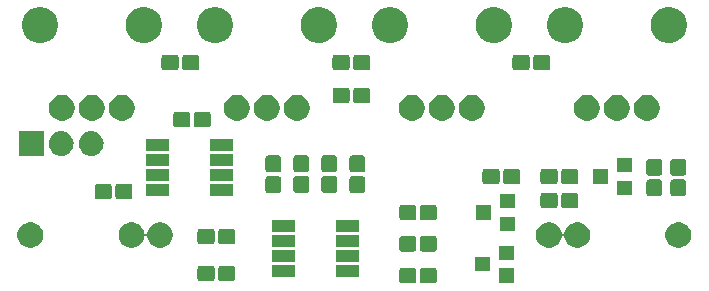
<source format=gbr>
G04 #@! TF.GenerationSoftware,KiCad,Pcbnew,(5.0.1)-4*
G04 #@! TF.CreationDate,2019-01-08T00:24:24+01:00*
G04 #@! TF.ProjectId,1U ADSR,315520414453522E6B696361645F7063,rev?*
G04 #@! TF.SameCoordinates,Original*
G04 #@! TF.FileFunction,Soldermask,Top*
G04 #@! TF.FilePolarity,Negative*
%FSLAX46Y46*%
G04 Gerber Fmt 4.6, Leading zero omitted, Abs format (unit mm)*
G04 Created by KiCad (PCBNEW (5.0.1)-4) date 01/08/19 00:24:24*
%MOMM*%
%LPD*%
G01*
G04 APERTURE LIST*
%ADD10C,0.100000*%
G04 APERTURE END LIST*
D10*
G36*
X60113530Y-58004877D02*
X60165010Y-58020493D01*
X60212442Y-58045846D01*
X60254027Y-58079973D01*
X60288154Y-58121558D01*
X60313507Y-58168990D01*
X60329123Y-58220470D01*
X60335000Y-58280140D01*
X60335000Y-59067860D01*
X60329123Y-59127530D01*
X60313507Y-59179010D01*
X60288154Y-59226442D01*
X60254027Y-59268027D01*
X60212442Y-59302154D01*
X60165010Y-59327507D01*
X60113530Y-59343123D01*
X60053860Y-59349000D01*
X59166140Y-59349000D01*
X59106470Y-59343123D01*
X59054990Y-59327507D01*
X59007558Y-59302154D01*
X58965973Y-59268027D01*
X58931846Y-59226442D01*
X58906493Y-59179010D01*
X58890877Y-59127530D01*
X58885000Y-59067860D01*
X58885000Y-58280140D01*
X58890877Y-58220470D01*
X58906493Y-58168990D01*
X58931846Y-58121558D01*
X58965973Y-58079973D01*
X59007558Y-58045846D01*
X59054990Y-58020493D01*
X59106470Y-58004877D01*
X59166140Y-57999000D01*
X60053860Y-57999000D01*
X60113530Y-58004877D01*
X60113530Y-58004877D01*
G37*
G36*
X58363530Y-58004877D02*
X58415010Y-58020493D01*
X58462442Y-58045846D01*
X58504027Y-58079973D01*
X58538154Y-58121558D01*
X58563507Y-58168990D01*
X58579123Y-58220470D01*
X58585000Y-58280140D01*
X58585000Y-59067860D01*
X58579123Y-59127530D01*
X58563507Y-59179010D01*
X58538154Y-59226442D01*
X58504027Y-59268027D01*
X58462442Y-59302154D01*
X58415010Y-59327507D01*
X58363530Y-59343123D01*
X58303860Y-59349000D01*
X57416140Y-59349000D01*
X57356470Y-59343123D01*
X57304990Y-59327507D01*
X57257558Y-59302154D01*
X57215973Y-59268027D01*
X57181846Y-59226442D01*
X57156493Y-59179010D01*
X57140877Y-59127530D01*
X57135000Y-59067860D01*
X57135000Y-58280140D01*
X57140877Y-58220470D01*
X57156493Y-58168990D01*
X57181846Y-58121558D01*
X57215973Y-58079973D01*
X57257558Y-58045846D01*
X57304990Y-58020493D01*
X57356470Y-58004877D01*
X57416140Y-57999000D01*
X58303860Y-57999000D01*
X58363530Y-58004877D01*
X58363530Y-58004877D01*
G37*
G36*
X66844000Y-59271500D02*
X65544000Y-59271500D01*
X65544000Y-58071500D01*
X66844000Y-58071500D01*
X66844000Y-59271500D01*
X66844000Y-59271500D01*
G37*
G36*
X41284530Y-57834877D02*
X41336010Y-57850493D01*
X41383442Y-57875846D01*
X41425027Y-57909973D01*
X41459154Y-57951558D01*
X41484507Y-57998990D01*
X41500123Y-58050470D01*
X41506000Y-58110140D01*
X41506000Y-58897860D01*
X41500123Y-58957530D01*
X41484507Y-59009010D01*
X41459154Y-59056442D01*
X41425027Y-59098027D01*
X41383442Y-59132154D01*
X41336010Y-59157507D01*
X41284530Y-59173123D01*
X41224860Y-59179000D01*
X40337140Y-59179000D01*
X40277470Y-59173123D01*
X40225990Y-59157507D01*
X40178558Y-59132154D01*
X40136973Y-59098027D01*
X40102846Y-59056442D01*
X40077493Y-59009010D01*
X40061877Y-58957530D01*
X40056000Y-58897860D01*
X40056000Y-58110140D01*
X40061877Y-58050470D01*
X40077493Y-57998990D01*
X40102846Y-57951558D01*
X40136973Y-57909973D01*
X40178558Y-57875846D01*
X40225990Y-57850493D01*
X40277470Y-57834877D01*
X40337140Y-57829000D01*
X41224860Y-57829000D01*
X41284530Y-57834877D01*
X41284530Y-57834877D01*
G37*
G36*
X43034530Y-57834877D02*
X43086010Y-57850493D01*
X43133442Y-57875846D01*
X43175027Y-57909973D01*
X43209154Y-57951558D01*
X43234507Y-57998990D01*
X43250123Y-58050470D01*
X43256000Y-58110140D01*
X43256000Y-58897860D01*
X43250123Y-58957530D01*
X43234507Y-59009010D01*
X43209154Y-59056442D01*
X43175027Y-59098027D01*
X43133442Y-59132154D01*
X43086010Y-59157507D01*
X43034530Y-59173123D01*
X42974860Y-59179000D01*
X42087140Y-59179000D01*
X42027470Y-59173123D01*
X41975990Y-59157507D01*
X41928558Y-59132154D01*
X41886973Y-59098027D01*
X41852846Y-59056442D01*
X41827493Y-59009010D01*
X41811877Y-58957530D01*
X41806000Y-58897860D01*
X41806000Y-58110140D01*
X41811877Y-58050470D01*
X41827493Y-57998990D01*
X41852846Y-57951558D01*
X41886973Y-57909973D01*
X41928558Y-57875846D01*
X41975990Y-57850493D01*
X42027470Y-57834877D01*
X42087140Y-57829000D01*
X42974860Y-57829000D01*
X43034530Y-57834877D01*
X43034530Y-57834877D01*
G37*
G36*
X53713000Y-58793000D02*
X51763000Y-58793000D01*
X51763000Y-57793000D01*
X53713000Y-57793000D01*
X53713000Y-58793000D01*
X53713000Y-58793000D01*
G37*
G36*
X48313000Y-58793000D02*
X46363000Y-58793000D01*
X46363000Y-57793000D01*
X48313000Y-57793000D01*
X48313000Y-58793000D01*
X48313000Y-58793000D01*
G37*
G36*
X64844000Y-58321500D02*
X63544000Y-58321500D01*
X63544000Y-57121500D01*
X64844000Y-57121500D01*
X64844000Y-58321500D01*
X64844000Y-58321500D01*
G37*
G36*
X48313000Y-57523000D02*
X46363000Y-57523000D01*
X46363000Y-56523000D01*
X48313000Y-56523000D01*
X48313000Y-57523000D01*
X48313000Y-57523000D01*
G37*
G36*
X53713000Y-57523000D02*
X51763000Y-57523000D01*
X51763000Y-56523000D01*
X53713000Y-56523000D01*
X53713000Y-57523000D01*
X53713000Y-57523000D01*
G37*
G36*
X66844000Y-57371500D02*
X65544000Y-57371500D01*
X65544000Y-56171500D01*
X66844000Y-56171500D01*
X66844000Y-57371500D01*
X66844000Y-57371500D01*
G37*
G36*
X58368530Y-55305377D02*
X58420010Y-55320993D01*
X58467442Y-55346346D01*
X58509027Y-55380473D01*
X58543154Y-55422058D01*
X58568507Y-55469490D01*
X58584123Y-55520970D01*
X58590000Y-55580640D01*
X58590000Y-56368360D01*
X58584123Y-56428030D01*
X58568507Y-56479510D01*
X58543154Y-56526942D01*
X58509027Y-56568527D01*
X58467442Y-56602654D01*
X58420010Y-56628007D01*
X58368530Y-56643623D01*
X58308860Y-56649500D01*
X57421140Y-56649500D01*
X57361470Y-56643623D01*
X57309990Y-56628007D01*
X57262558Y-56602654D01*
X57220973Y-56568527D01*
X57186846Y-56526942D01*
X57161493Y-56479510D01*
X57145877Y-56428030D01*
X57140000Y-56368360D01*
X57140000Y-55580640D01*
X57145877Y-55520970D01*
X57161493Y-55469490D01*
X57186846Y-55422058D01*
X57220973Y-55380473D01*
X57262558Y-55346346D01*
X57309990Y-55320993D01*
X57361470Y-55305377D01*
X57421140Y-55299500D01*
X58308860Y-55299500D01*
X58368530Y-55305377D01*
X58368530Y-55305377D01*
G37*
G36*
X60118530Y-55305377D02*
X60170010Y-55320993D01*
X60217442Y-55346346D01*
X60259027Y-55380473D01*
X60293154Y-55422058D01*
X60318507Y-55469490D01*
X60334123Y-55520970D01*
X60340000Y-55580640D01*
X60340000Y-56368360D01*
X60334123Y-56428030D01*
X60318507Y-56479510D01*
X60293154Y-56526942D01*
X60259027Y-56568527D01*
X60217442Y-56602654D01*
X60170010Y-56628007D01*
X60118530Y-56643623D01*
X60058860Y-56649500D01*
X59171140Y-56649500D01*
X59111470Y-56643623D01*
X59059990Y-56628007D01*
X59012558Y-56602654D01*
X58970973Y-56568527D01*
X58936846Y-56526942D01*
X58911493Y-56479510D01*
X58895877Y-56428030D01*
X58890000Y-56368360D01*
X58890000Y-55580640D01*
X58895877Y-55520970D01*
X58911493Y-55469490D01*
X58936846Y-55422058D01*
X58970973Y-55380473D01*
X59012558Y-55346346D01*
X59059990Y-55320993D01*
X59111470Y-55305377D01*
X59171140Y-55299500D01*
X60058860Y-55299500D01*
X60118530Y-55305377D01*
X60118530Y-55305377D01*
G37*
G36*
X34786383Y-54194772D02*
X34985150Y-54277104D01*
X35164039Y-54396634D01*
X35316166Y-54548761D01*
X35435696Y-54727650D01*
X35518028Y-54926417D01*
X35551702Y-55095709D01*
X35558815Y-55119158D01*
X35570366Y-55140769D01*
X35585912Y-55159711D01*
X35604854Y-55175257D01*
X35626464Y-55186808D01*
X35649914Y-55193921D01*
X35674300Y-55196323D01*
X35698686Y-55193921D01*
X35722135Y-55186808D01*
X35743746Y-55175257D01*
X35762688Y-55159711D01*
X35778234Y-55140769D01*
X35789785Y-55119159D01*
X35796898Y-55095709D01*
X35830572Y-54926417D01*
X35912904Y-54727650D01*
X36032434Y-54548761D01*
X36184561Y-54396634D01*
X36363450Y-54277104D01*
X36562217Y-54194772D01*
X36773226Y-54152800D01*
X36988374Y-54152800D01*
X37199383Y-54194772D01*
X37398150Y-54277104D01*
X37577039Y-54396634D01*
X37729166Y-54548761D01*
X37848696Y-54727650D01*
X37931028Y-54926417D01*
X37973000Y-55137426D01*
X37973000Y-55352574D01*
X37931028Y-55563583D01*
X37848696Y-55762350D01*
X37729166Y-55941239D01*
X37577039Y-56093366D01*
X37398150Y-56212896D01*
X37199383Y-56295228D01*
X36988374Y-56337200D01*
X36773226Y-56337200D01*
X36562217Y-56295228D01*
X36363450Y-56212896D01*
X36184561Y-56093366D01*
X36032434Y-55941239D01*
X35912904Y-55762350D01*
X35830572Y-55563583D01*
X35796898Y-55394291D01*
X35789785Y-55370842D01*
X35778234Y-55349231D01*
X35762688Y-55330289D01*
X35743746Y-55314743D01*
X35722136Y-55303192D01*
X35698686Y-55296079D01*
X35674300Y-55293677D01*
X35649914Y-55296079D01*
X35626465Y-55303192D01*
X35604854Y-55314743D01*
X35585912Y-55330289D01*
X35570366Y-55349231D01*
X35558815Y-55370841D01*
X35551702Y-55394291D01*
X35518028Y-55563583D01*
X35435696Y-55762350D01*
X35316166Y-55941239D01*
X35164039Y-56093366D01*
X34985150Y-56212896D01*
X34786383Y-56295228D01*
X34575374Y-56337200D01*
X34360226Y-56337200D01*
X34149217Y-56295228D01*
X33950450Y-56212896D01*
X33771561Y-56093366D01*
X33619434Y-55941239D01*
X33499904Y-55762350D01*
X33417572Y-55563583D01*
X33375600Y-55352574D01*
X33375600Y-55137426D01*
X33417572Y-54926417D01*
X33499904Y-54727650D01*
X33619434Y-54548761D01*
X33771561Y-54396634D01*
X33950450Y-54277104D01*
X34149217Y-54194772D01*
X34360226Y-54152800D01*
X34575374Y-54152800D01*
X34786383Y-54194772D01*
X34786383Y-54194772D01*
G37*
G36*
X26226583Y-54194772D02*
X26425350Y-54277104D01*
X26604239Y-54396634D01*
X26756366Y-54548761D01*
X26875896Y-54727650D01*
X26958228Y-54926417D01*
X27000200Y-55137426D01*
X27000200Y-55352574D01*
X26958228Y-55563583D01*
X26875896Y-55762350D01*
X26756366Y-55941239D01*
X26604239Y-56093366D01*
X26425350Y-56212896D01*
X26226583Y-56295228D01*
X26015574Y-56337200D01*
X25800426Y-56337200D01*
X25589417Y-56295228D01*
X25390650Y-56212896D01*
X25211761Y-56093366D01*
X25059634Y-55941239D01*
X24940104Y-55762350D01*
X24857772Y-55563583D01*
X24815800Y-55352574D01*
X24815800Y-55137426D01*
X24857772Y-54926417D01*
X24940104Y-54727650D01*
X25059634Y-54548761D01*
X25211761Y-54396634D01*
X25390650Y-54277104D01*
X25589417Y-54194772D01*
X25800426Y-54152800D01*
X26015574Y-54152800D01*
X26226583Y-54194772D01*
X26226583Y-54194772D01*
G37*
G36*
X81090583Y-54194772D02*
X81289350Y-54277104D01*
X81468239Y-54396634D01*
X81620366Y-54548761D01*
X81739896Y-54727650D01*
X81822228Y-54926417D01*
X81864200Y-55137426D01*
X81864200Y-55352574D01*
X81822228Y-55563583D01*
X81739896Y-55762350D01*
X81620366Y-55941239D01*
X81468239Y-56093366D01*
X81289350Y-56212896D01*
X81090583Y-56295228D01*
X80879574Y-56337200D01*
X80664426Y-56337200D01*
X80453417Y-56295228D01*
X80254650Y-56212896D01*
X80075761Y-56093366D01*
X79923634Y-55941239D01*
X79804104Y-55762350D01*
X79721772Y-55563583D01*
X79679800Y-55352574D01*
X79679800Y-55137426D01*
X79721772Y-54926417D01*
X79804104Y-54727650D01*
X79923634Y-54548761D01*
X80075761Y-54396634D01*
X80254650Y-54277104D01*
X80453417Y-54194772D01*
X80664426Y-54152800D01*
X80879574Y-54152800D01*
X81090583Y-54194772D01*
X81090583Y-54194772D01*
G37*
G36*
X70117783Y-54194772D02*
X70316550Y-54277104D01*
X70495439Y-54396634D01*
X70647566Y-54548761D01*
X70767096Y-54727650D01*
X70849428Y-54926417D01*
X70883102Y-55095709D01*
X70890215Y-55119158D01*
X70901766Y-55140769D01*
X70917312Y-55159711D01*
X70936254Y-55175257D01*
X70957864Y-55186808D01*
X70981314Y-55193921D01*
X71005700Y-55196323D01*
X71030086Y-55193921D01*
X71053535Y-55186808D01*
X71075146Y-55175257D01*
X71094088Y-55159711D01*
X71109634Y-55140769D01*
X71121185Y-55119159D01*
X71128298Y-55095709D01*
X71161972Y-54926417D01*
X71244304Y-54727650D01*
X71363834Y-54548761D01*
X71515961Y-54396634D01*
X71694850Y-54277104D01*
X71893617Y-54194772D01*
X72104626Y-54152800D01*
X72319774Y-54152800D01*
X72530783Y-54194772D01*
X72729550Y-54277104D01*
X72908439Y-54396634D01*
X73060566Y-54548761D01*
X73180096Y-54727650D01*
X73262428Y-54926417D01*
X73304400Y-55137426D01*
X73304400Y-55352574D01*
X73262428Y-55563583D01*
X73180096Y-55762350D01*
X73060566Y-55941239D01*
X72908439Y-56093366D01*
X72729550Y-56212896D01*
X72530783Y-56295228D01*
X72319774Y-56337200D01*
X72104626Y-56337200D01*
X71893617Y-56295228D01*
X71694850Y-56212896D01*
X71515961Y-56093366D01*
X71363834Y-55941239D01*
X71244304Y-55762350D01*
X71161972Y-55563583D01*
X71128298Y-55394291D01*
X71121185Y-55370842D01*
X71109634Y-55349231D01*
X71094088Y-55330289D01*
X71075146Y-55314743D01*
X71053536Y-55303192D01*
X71030086Y-55296079D01*
X71005700Y-55293677D01*
X70981314Y-55296079D01*
X70957865Y-55303192D01*
X70936254Y-55314743D01*
X70917312Y-55330289D01*
X70901766Y-55349231D01*
X70890215Y-55370841D01*
X70883102Y-55394291D01*
X70849428Y-55563583D01*
X70767096Y-55762350D01*
X70647566Y-55941239D01*
X70495439Y-56093366D01*
X70316550Y-56212896D01*
X70117783Y-56295228D01*
X69906774Y-56337200D01*
X69691626Y-56337200D01*
X69480617Y-56295228D01*
X69281850Y-56212896D01*
X69102961Y-56093366D01*
X68950834Y-55941239D01*
X68831304Y-55762350D01*
X68748972Y-55563583D01*
X68707000Y-55352574D01*
X68707000Y-55137426D01*
X68748972Y-54926417D01*
X68831304Y-54727650D01*
X68950834Y-54548761D01*
X69102961Y-54396634D01*
X69281850Y-54277104D01*
X69480617Y-54194772D01*
X69691626Y-54152800D01*
X69906774Y-54152800D01*
X70117783Y-54194772D01*
X70117783Y-54194772D01*
G37*
G36*
X48313000Y-56253000D02*
X46363000Y-56253000D01*
X46363000Y-55253000D01*
X48313000Y-55253000D01*
X48313000Y-56253000D01*
X48313000Y-56253000D01*
G37*
G36*
X53713000Y-56253000D02*
X51763000Y-56253000D01*
X51763000Y-55253000D01*
X53713000Y-55253000D01*
X53713000Y-56253000D01*
X53713000Y-56253000D01*
G37*
G36*
X43034530Y-54702877D02*
X43086010Y-54718493D01*
X43133442Y-54743846D01*
X43175027Y-54777973D01*
X43209154Y-54819558D01*
X43234507Y-54866990D01*
X43250123Y-54918470D01*
X43256000Y-54978140D01*
X43256000Y-55765860D01*
X43250123Y-55825530D01*
X43234507Y-55877010D01*
X43209154Y-55924442D01*
X43175027Y-55966027D01*
X43133442Y-56000154D01*
X43086010Y-56025507D01*
X43034530Y-56041123D01*
X42974860Y-56047000D01*
X42087140Y-56047000D01*
X42027470Y-56041123D01*
X41975990Y-56025507D01*
X41928558Y-56000154D01*
X41886973Y-55966027D01*
X41852846Y-55924442D01*
X41827493Y-55877010D01*
X41811877Y-55825530D01*
X41806000Y-55765860D01*
X41806000Y-54978140D01*
X41811877Y-54918470D01*
X41827493Y-54866990D01*
X41852846Y-54819558D01*
X41886973Y-54777973D01*
X41928558Y-54743846D01*
X41975990Y-54718493D01*
X42027470Y-54702877D01*
X42087140Y-54697000D01*
X42974860Y-54697000D01*
X43034530Y-54702877D01*
X43034530Y-54702877D01*
G37*
G36*
X41284530Y-54702877D02*
X41336010Y-54718493D01*
X41383442Y-54743846D01*
X41425027Y-54777973D01*
X41459154Y-54819558D01*
X41484507Y-54866990D01*
X41500123Y-54918470D01*
X41506000Y-54978140D01*
X41506000Y-55765860D01*
X41500123Y-55825530D01*
X41484507Y-55877010D01*
X41459154Y-55924442D01*
X41425027Y-55966027D01*
X41383442Y-56000154D01*
X41336010Y-56025507D01*
X41284530Y-56041123D01*
X41224860Y-56047000D01*
X40337140Y-56047000D01*
X40277470Y-56041123D01*
X40225990Y-56025507D01*
X40178558Y-56000154D01*
X40136973Y-55966027D01*
X40102846Y-55924442D01*
X40077493Y-55877010D01*
X40061877Y-55825530D01*
X40056000Y-55765860D01*
X40056000Y-54978140D01*
X40061877Y-54918470D01*
X40077493Y-54866990D01*
X40102846Y-54819558D01*
X40136973Y-54777973D01*
X40178558Y-54743846D01*
X40225990Y-54718493D01*
X40277470Y-54702877D01*
X40337140Y-54697000D01*
X41224860Y-54697000D01*
X41284530Y-54702877D01*
X41284530Y-54702877D01*
G37*
G36*
X53713000Y-54983000D02*
X51763000Y-54983000D01*
X51763000Y-53983000D01*
X53713000Y-53983000D01*
X53713000Y-54983000D01*
X53713000Y-54983000D01*
G37*
G36*
X48313000Y-54983000D02*
X46363000Y-54983000D01*
X46363000Y-53983000D01*
X48313000Y-53983000D01*
X48313000Y-54983000D01*
X48313000Y-54983000D01*
G37*
G36*
X66928000Y-54890000D02*
X65628000Y-54890000D01*
X65628000Y-53690000D01*
X66928000Y-53690000D01*
X66928000Y-54890000D01*
X66928000Y-54890000D01*
G37*
G36*
X58368530Y-52670877D02*
X58420010Y-52686493D01*
X58467442Y-52711846D01*
X58509027Y-52745973D01*
X58543154Y-52787558D01*
X58568507Y-52834990D01*
X58584123Y-52886470D01*
X58590000Y-52946140D01*
X58590000Y-53733860D01*
X58584123Y-53793530D01*
X58568507Y-53845010D01*
X58543154Y-53892442D01*
X58509027Y-53934027D01*
X58467442Y-53968154D01*
X58420010Y-53993507D01*
X58368530Y-54009123D01*
X58308860Y-54015000D01*
X57421140Y-54015000D01*
X57361470Y-54009123D01*
X57309990Y-53993507D01*
X57262558Y-53968154D01*
X57220973Y-53934027D01*
X57186846Y-53892442D01*
X57161493Y-53845010D01*
X57145877Y-53793530D01*
X57140000Y-53733860D01*
X57140000Y-52946140D01*
X57145877Y-52886470D01*
X57161493Y-52834990D01*
X57186846Y-52787558D01*
X57220973Y-52745973D01*
X57262558Y-52711846D01*
X57309990Y-52686493D01*
X57361470Y-52670877D01*
X57421140Y-52665000D01*
X58308860Y-52665000D01*
X58368530Y-52670877D01*
X58368530Y-52670877D01*
G37*
G36*
X60118530Y-52670877D02*
X60170010Y-52686493D01*
X60217442Y-52711846D01*
X60259027Y-52745973D01*
X60293154Y-52787558D01*
X60318507Y-52834990D01*
X60334123Y-52886470D01*
X60340000Y-52946140D01*
X60340000Y-53733860D01*
X60334123Y-53793530D01*
X60318507Y-53845010D01*
X60293154Y-53892442D01*
X60259027Y-53934027D01*
X60217442Y-53968154D01*
X60170010Y-53993507D01*
X60118530Y-54009123D01*
X60058860Y-54015000D01*
X59171140Y-54015000D01*
X59111470Y-54009123D01*
X59059990Y-53993507D01*
X59012558Y-53968154D01*
X58970973Y-53934027D01*
X58936846Y-53892442D01*
X58911493Y-53845010D01*
X58895877Y-53793530D01*
X58890000Y-53733860D01*
X58890000Y-52946140D01*
X58895877Y-52886470D01*
X58911493Y-52834990D01*
X58936846Y-52787558D01*
X58970973Y-52745973D01*
X59012558Y-52711846D01*
X59059990Y-52686493D01*
X59111470Y-52670877D01*
X59171140Y-52665000D01*
X60058860Y-52665000D01*
X60118530Y-52670877D01*
X60118530Y-52670877D01*
G37*
G36*
X64928000Y-53940000D02*
X63628000Y-53940000D01*
X63628000Y-52740000D01*
X64928000Y-52740000D01*
X64928000Y-53940000D01*
X64928000Y-53940000D01*
G37*
G36*
X72074530Y-51654877D02*
X72126010Y-51670493D01*
X72173442Y-51695846D01*
X72215027Y-51729973D01*
X72249154Y-51771558D01*
X72274507Y-51818990D01*
X72290123Y-51870470D01*
X72296000Y-51930140D01*
X72296000Y-52717860D01*
X72290123Y-52777530D01*
X72274507Y-52829010D01*
X72249154Y-52876442D01*
X72215027Y-52918027D01*
X72173442Y-52952154D01*
X72126010Y-52977507D01*
X72074530Y-52993123D01*
X72014860Y-52999000D01*
X71127140Y-52999000D01*
X71067470Y-52993123D01*
X71015990Y-52977507D01*
X70968558Y-52952154D01*
X70926973Y-52918027D01*
X70892846Y-52876442D01*
X70867493Y-52829010D01*
X70851877Y-52777530D01*
X70846000Y-52717860D01*
X70846000Y-51930140D01*
X70851877Y-51870470D01*
X70867493Y-51818990D01*
X70892846Y-51771558D01*
X70926973Y-51729973D01*
X70968558Y-51695846D01*
X71015990Y-51670493D01*
X71067470Y-51654877D01*
X71127140Y-51649000D01*
X72014860Y-51649000D01*
X72074530Y-51654877D01*
X72074530Y-51654877D01*
G37*
G36*
X70324530Y-51654877D02*
X70376010Y-51670493D01*
X70423442Y-51695846D01*
X70465027Y-51729973D01*
X70499154Y-51771558D01*
X70524507Y-51818990D01*
X70540123Y-51870470D01*
X70546000Y-51930140D01*
X70546000Y-52717860D01*
X70540123Y-52777530D01*
X70524507Y-52829010D01*
X70499154Y-52876442D01*
X70465027Y-52918027D01*
X70423442Y-52952154D01*
X70376010Y-52977507D01*
X70324530Y-52993123D01*
X70264860Y-52999000D01*
X69377140Y-52999000D01*
X69317470Y-52993123D01*
X69265990Y-52977507D01*
X69218558Y-52952154D01*
X69176973Y-52918027D01*
X69142846Y-52876442D01*
X69117493Y-52829010D01*
X69101877Y-52777530D01*
X69096000Y-52717860D01*
X69096000Y-51930140D01*
X69101877Y-51870470D01*
X69117493Y-51818990D01*
X69142846Y-51771558D01*
X69176973Y-51729973D01*
X69218558Y-51695846D01*
X69265990Y-51670493D01*
X69317470Y-51654877D01*
X69377140Y-51649000D01*
X70264860Y-51649000D01*
X70324530Y-51654877D01*
X70324530Y-51654877D01*
G37*
G36*
X66928000Y-52990000D02*
X65628000Y-52990000D01*
X65628000Y-51790000D01*
X66928000Y-51790000D01*
X66928000Y-52990000D01*
X66928000Y-52990000D01*
G37*
G36*
X32582530Y-50892877D02*
X32634010Y-50908493D01*
X32681442Y-50933846D01*
X32723027Y-50967973D01*
X32757154Y-51009558D01*
X32782507Y-51056990D01*
X32798123Y-51108470D01*
X32804000Y-51168140D01*
X32804000Y-51955860D01*
X32798123Y-52015530D01*
X32782507Y-52067010D01*
X32757154Y-52114442D01*
X32723027Y-52156027D01*
X32681442Y-52190154D01*
X32634010Y-52215507D01*
X32582530Y-52231123D01*
X32522860Y-52237000D01*
X31635140Y-52237000D01*
X31575470Y-52231123D01*
X31523990Y-52215507D01*
X31476558Y-52190154D01*
X31434973Y-52156027D01*
X31400846Y-52114442D01*
X31375493Y-52067010D01*
X31359877Y-52015530D01*
X31354000Y-51955860D01*
X31354000Y-51168140D01*
X31359877Y-51108470D01*
X31375493Y-51056990D01*
X31400846Y-51009558D01*
X31434973Y-50967973D01*
X31476558Y-50933846D01*
X31523990Y-50908493D01*
X31575470Y-50892877D01*
X31635140Y-50887000D01*
X32522860Y-50887000D01*
X32582530Y-50892877D01*
X32582530Y-50892877D01*
G37*
G36*
X34332530Y-50892877D02*
X34384010Y-50908493D01*
X34431442Y-50933846D01*
X34473027Y-50967973D01*
X34507154Y-51009558D01*
X34532507Y-51056990D01*
X34548123Y-51108470D01*
X34554000Y-51168140D01*
X34554000Y-51955860D01*
X34548123Y-52015530D01*
X34532507Y-52067010D01*
X34507154Y-52114442D01*
X34473027Y-52156027D01*
X34431442Y-52190154D01*
X34384010Y-52215507D01*
X34332530Y-52231123D01*
X34272860Y-52237000D01*
X33385140Y-52237000D01*
X33325470Y-52231123D01*
X33273990Y-52215507D01*
X33226558Y-52190154D01*
X33184973Y-52156027D01*
X33150846Y-52114442D01*
X33125493Y-52067010D01*
X33109877Y-52015530D01*
X33104000Y-51955860D01*
X33104000Y-51168140D01*
X33109877Y-51108470D01*
X33125493Y-51056990D01*
X33150846Y-51009558D01*
X33184973Y-50967973D01*
X33226558Y-50933846D01*
X33273990Y-50908493D01*
X33325470Y-50892877D01*
X33385140Y-50887000D01*
X34272860Y-50887000D01*
X34332530Y-50892877D01*
X34332530Y-50892877D01*
G37*
G36*
X79193530Y-50535877D02*
X79245010Y-50551493D01*
X79292442Y-50576846D01*
X79334027Y-50610973D01*
X79368154Y-50652558D01*
X79393507Y-50699990D01*
X79409123Y-50751470D01*
X79415000Y-50811140D01*
X79415000Y-51698860D01*
X79409123Y-51758530D01*
X79393507Y-51810010D01*
X79368154Y-51857442D01*
X79334027Y-51899027D01*
X79292442Y-51933154D01*
X79245010Y-51958507D01*
X79193530Y-51974123D01*
X79133860Y-51980000D01*
X78346140Y-51980000D01*
X78286470Y-51974123D01*
X78234990Y-51958507D01*
X78187558Y-51933154D01*
X78145973Y-51899027D01*
X78111846Y-51857442D01*
X78086493Y-51810010D01*
X78070877Y-51758530D01*
X78065000Y-51698860D01*
X78065000Y-50811140D01*
X78070877Y-50751470D01*
X78086493Y-50699990D01*
X78111846Y-50652558D01*
X78145973Y-50610973D01*
X78187558Y-50576846D01*
X78234990Y-50551493D01*
X78286470Y-50535877D01*
X78346140Y-50530000D01*
X79133860Y-50530000D01*
X79193530Y-50535877D01*
X79193530Y-50535877D01*
G37*
G36*
X81225530Y-50531877D02*
X81277010Y-50547493D01*
X81324442Y-50572846D01*
X81366027Y-50606973D01*
X81400154Y-50648558D01*
X81425507Y-50695990D01*
X81441123Y-50747470D01*
X81447000Y-50807140D01*
X81447000Y-51694860D01*
X81441123Y-51754530D01*
X81425507Y-51806010D01*
X81400154Y-51853442D01*
X81366027Y-51895027D01*
X81324442Y-51929154D01*
X81277010Y-51954507D01*
X81225530Y-51970123D01*
X81165860Y-51976000D01*
X80378140Y-51976000D01*
X80318470Y-51970123D01*
X80266990Y-51954507D01*
X80219558Y-51929154D01*
X80177973Y-51895027D01*
X80143846Y-51853442D01*
X80118493Y-51806010D01*
X80102877Y-51754530D01*
X80097000Y-51694860D01*
X80097000Y-50807140D01*
X80102877Y-50747470D01*
X80118493Y-50695990D01*
X80143846Y-50648558D01*
X80177973Y-50606973D01*
X80219558Y-50572846D01*
X80266990Y-50547493D01*
X80318470Y-50531877D01*
X80378140Y-50526000D01*
X81165860Y-50526000D01*
X81225530Y-50531877D01*
X81225530Y-50531877D01*
G37*
G36*
X37645000Y-51935000D02*
X35695000Y-51935000D01*
X35695000Y-50935000D01*
X37645000Y-50935000D01*
X37645000Y-51935000D01*
X37645000Y-51935000D01*
G37*
G36*
X43045000Y-51935000D02*
X41095000Y-51935000D01*
X41095000Y-50935000D01*
X43045000Y-50935000D01*
X43045000Y-51935000D01*
X43045000Y-51935000D01*
G37*
G36*
X76834000Y-51842000D02*
X75534000Y-51842000D01*
X75534000Y-50642000D01*
X76834000Y-50642000D01*
X76834000Y-51842000D01*
X76834000Y-51842000D01*
G37*
G36*
X54047530Y-50256876D02*
X54099010Y-50272492D01*
X54146442Y-50297845D01*
X54188027Y-50331972D01*
X54222154Y-50373557D01*
X54247507Y-50420989D01*
X54263123Y-50472469D01*
X54269000Y-50532139D01*
X54269000Y-51419859D01*
X54263123Y-51479529D01*
X54247507Y-51531009D01*
X54222154Y-51578441D01*
X54188027Y-51620026D01*
X54146442Y-51654153D01*
X54099010Y-51679506D01*
X54047530Y-51695122D01*
X53987860Y-51700999D01*
X53200140Y-51700999D01*
X53140470Y-51695122D01*
X53088990Y-51679506D01*
X53041558Y-51654153D01*
X52999973Y-51620026D01*
X52965846Y-51578441D01*
X52940493Y-51531009D01*
X52924877Y-51479529D01*
X52919000Y-51419859D01*
X52919000Y-50532139D01*
X52924877Y-50472469D01*
X52940493Y-50420989D01*
X52965846Y-50373557D01*
X52999973Y-50331972D01*
X53041558Y-50297845D01*
X53088990Y-50272492D01*
X53140470Y-50256876D01*
X53200140Y-50250999D01*
X53987860Y-50250999D01*
X54047530Y-50256876D01*
X54047530Y-50256876D01*
G37*
G36*
X46935530Y-50256876D02*
X46987010Y-50272492D01*
X47034442Y-50297845D01*
X47076027Y-50331972D01*
X47110154Y-50373557D01*
X47135507Y-50420989D01*
X47151123Y-50472469D01*
X47157000Y-50532139D01*
X47157000Y-51419859D01*
X47151123Y-51479529D01*
X47135507Y-51531009D01*
X47110154Y-51578441D01*
X47076027Y-51620026D01*
X47034442Y-51654153D01*
X46987010Y-51679506D01*
X46935530Y-51695122D01*
X46875860Y-51700999D01*
X46088140Y-51700999D01*
X46028470Y-51695122D01*
X45976990Y-51679506D01*
X45929558Y-51654153D01*
X45887973Y-51620026D01*
X45853846Y-51578441D01*
X45828493Y-51531009D01*
X45812877Y-51479529D01*
X45807000Y-51419859D01*
X45807000Y-50532139D01*
X45812877Y-50472469D01*
X45828493Y-50420989D01*
X45853846Y-50373557D01*
X45887973Y-50331972D01*
X45929558Y-50297845D01*
X45976990Y-50272492D01*
X46028470Y-50256876D01*
X46088140Y-50250999D01*
X46875860Y-50250999D01*
X46935530Y-50256876D01*
X46935530Y-50256876D01*
G37*
G36*
X51676862Y-50246876D02*
X51728342Y-50262492D01*
X51775774Y-50287845D01*
X51817359Y-50321972D01*
X51851486Y-50363557D01*
X51876839Y-50410989D01*
X51892455Y-50462469D01*
X51898332Y-50522139D01*
X51898332Y-51409859D01*
X51892455Y-51469529D01*
X51876839Y-51521009D01*
X51851486Y-51568441D01*
X51817359Y-51610026D01*
X51775774Y-51644153D01*
X51728342Y-51669506D01*
X51676862Y-51685122D01*
X51617192Y-51690999D01*
X50829472Y-51690999D01*
X50769802Y-51685122D01*
X50718322Y-51669506D01*
X50670890Y-51644153D01*
X50629305Y-51610026D01*
X50595178Y-51568441D01*
X50569825Y-51521009D01*
X50554209Y-51469529D01*
X50548332Y-51409859D01*
X50548332Y-50522139D01*
X50554209Y-50462469D01*
X50569825Y-50410989D01*
X50595178Y-50363557D01*
X50629305Y-50321972D01*
X50670890Y-50287845D01*
X50718322Y-50262492D01*
X50769802Y-50246876D01*
X50829472Y-50240999D01*
X51617192Y-50240999D01*
X51676862Y-50246876D01*
X51676862Y-50246876D01*
G37*
G36*
X49306196Y-50246876D02*
X49357676Y-50262492D01*
X49405108Y-50287845D01*
X49446693Y-50321972D01*
X49480820Y-50363557D01*
X49506173Y-50410989D01*
X49521789Y-50462469D01*
X49527666Y-50522139D01*
X49527666Y-51409859D01*
X49521789Y-51469529D01*
X49506173Y-51521009D01*
X49480820Y-51568441D01*
X49446693Y-51610026D01*
X49405108Y-51644153D01*
X49357676Y-51669506D01*
X49306196Y-51685122D01*
X49246526Y-51690999D01*
X48458806Y-51690999D01*
X48399136Y-51685122D01*
X48347656Y-51669506D01*
X48300224Y-51644153D01*
X48258639Y-51610026D01*
X48224512Y-51568441D01*
X48199159Y-51521009D01*
X48183543Y-51469529D01*
X48177666Y-51409859D01*
X48177666Y-50522139D01*
X48183543Y-50462469D01*
X48199159Y-50410989D01*
X48224512Y-50363557D01*
X48258639Y-50321972D01*
X48300224Y-50287845D01*
X48347656Y-50262492D01*
X48399136Y-50246876D01*
X48458806Y-50240999D01*
X49246526Y-50240999D01*
X49306196Y-50246876D01*
X49306196Y-50246876D01*
G37*
G36*
X65414530Y-49622877D02*
X65466010Y-49638493D01*
X65513442Y-49663846D01*
X65555027Y-49697973D01*
X65589154Y-49739558D01*
X65614507Y-49786990D01*
X65630123Y-49838470D01*
X65636000Y-49898140D01*
X65636000Y-50685860D01*
X65630123Y-50745530D01*
X65614507Y-50797010D01*
X65589154Y-50844442D01*
X65555027Y-50886027D01*
X65513442Y-50920154D01*
X65466010Y-50945507D01*
X65414530Y-50961123D01*
X65354860Y-50967000D01*
X64467140Y-50967000D01*
X64407470Y-50961123D01*
X64355990Y-50945507D01*
X64308558Y-50920154D01*
X64266973Y-50886027D01*
X64232846Y-50844442D01*
X64207493Y-50797010D01*
X64191877Y-50745530D01*
X64186000Y-50685860D01*
X64186000Y-49898140D01*
X64191877Y-49838470D01*
X64207493Y-49786990D01*
X64232846Y-49739558D01*
X64266973Y-49697973D01*
X64308558Y-49663846D01*
X64355990Y-49638493D01*
X64407470Y-49622877D01*
X64467140Y-49617000D01*
X65354860Y-49617000D01*
X65414530Y-49622877D01*
X65414530Y-49622877D01*
G37*
G36*
X67164530Y-49622877D02*
X67216010Y-49638493D01*
X67263442Y-49663846D01*
X67305027Y-49697973D01*
X67339154Y-49739558D01*
X67364507Y-49786990D01*
X67380123Y-49838470D01*
X67386000Y-49898140D01*
X67386000Y-50685860D01*
X67380123Y-50745530D01*
X67364507Y-50797010D01*
X67339154Y-50844442D01*
X67305027Y-50886027D01*
X67263442Y-50920154D01*
X67216010Y-50945507D01*
X67164530Y-50961123D01*
X67104860Y-50967000D01*
X66217140Y-50967000D01*
X66157470Y-50961123D01*
X66105990Y-50945507D01*
X66058558Y-50920154D01*
X66016973Y-50886027D01*
X65982846Y-50844442D01*
X65957493Y-50797010D01*
X65941877Y-50745530D01*
X65936000Y-50685860D01*
X65936000Y-49898140D01*
X65941877Y-49838470D01*
X65957493Y-49786990D01*
X65982846Y-49739558D01*
X66016973Y-49697973D01*
X66058558Y-49663846D01*
X66105990Y-49638493D01*
X66157470Y-49622877D01*
X66217140Y-49617000D01*
X67104860Y-49617000D01*
X67164530Y-49622877D01*
X67164530Y-49622877D01*
G37*
G36*
X72074530Y-49622877D02*
X72126010Y-49638493D01*
X72173442Y-49663846D01*
X72215027Y-49697973D01*
X72249154Y-49739558D01*
X72274507Y-49786990D01*
X72290123Y-49838470D01*
X72296000Y-49898140D01*
X72296000Y-50685860D01*
X72290123Y-50745530D01*
X72274507Y-50797010D01*
X72249154Y-50844442D01*
X72215027Y-50886027D01*
X72173442Y-50920154D01*
X72126010Y-50945507D01*
X72074530Y-50961123D01*
X72014860Y-50967000D01*
X71127140Y-50967000D01*
X71067470Y-50961123D01*
X71015990Y-50945507D01*
X70968558Y-50920154D01*
X70926973Y-50886027D01*
X70892846Y-50844442D01*
X70867493Y-50797010D01*
X70851877Y-50745530D01*
X70846000Y-50685860D01*
X70846000Y-49898140D01*
X70851877Y-49838470D01*
X70867493Y-49786990D01*
X70892846Y-49739558D01*
X70926973Y-49697973D01*
X70968558Y-49663846D01*
X71015990Y-49638493D01*
X71067470Y-49622877D01*
X71127140Y-49617000D01*
X72014860Y-49617000D01*
X72074530Y-49622877D01*
X72074530Y-49622877D01*
G37*
G36*
X70324530Y-49622877D02*
X70376010Y-49638493D01*
X70423442Y-49663846D01*
X70465027Y-49697973D01*
X70499154Y-49739558D01*
X70524507Y-49786990D01*
X70540123Y-49838470D01*
X70546000Y-49898140D01*
X70546000Y-50685860D01*
X70540123Y-50745530D01*
X70524507Y-50797010D01*
X70499154Y-50844442D01*
X70465027Y-50886027D01*
X70423442Y-50920154D01*
X70376010Y-50945507D01*
X70324530Y-50961123D01*
X70264860Y-50967000D01*
X69377140Y-50967000D01*
X69317470Y-50961123D01*
X69265990Y-50945507D01*
X69218558Y-50920154D01*
X69176973Y-50886027D01*
X69142846Y-50844442D01*
X69117493Y-50797010D01*
X69101877Y-50745530D01*
X69096000Y-50685860D01*
X69096000Y-49898140D01*
X69101877Y-49838470D01*
X69117493Y-49786990D01*
X69142846Y-49739558D01*
X69176973Y-49697973D01*
X69218558Y-49663846D01*
X69265990Y-49638493D01*
X69317470Y-49622877D01*
X69377140Y-49617000D01*
X70264860Y-49617000D01*
X70324530Y-49622877D01*
X70324530Y-49622877D01*
G37*
G36*
X74834000Y-50892000D02*
X73534000Y-50892000D01*
X73534000Y-49692000D01*
X74834000Y-49692000D01*
X74834000Y-50892000D01*
X74834000Y-50892000D01*
G37*
G36*
X37645000Y-50665000D02*
X35695000Y-50665000D01*
X35695000Y-49665000D01*
X37645000Y-49665000D01*
X37645000Y-50665000D01*
X37645000Y-50665000D01*
G37*
G36*
X43045000Y-50665000D02*
X41095000Y-50665000D01*
X41095000Y-49665000D01*
X43045000Y-49665000D01*
X43045000Y-50665000D01*
X43045000Y-50665000D01*
G37*
G36*
X79193530Y-48785877D02*
X79245010Y-48801493D01*
X79292442Y-48826846D01*
X79334027Y-48860973D01*
X79368154Y-48902558D01*
X79393507Y-48949990D01*
X79409123Y-49001470D01*
X79415000Y-49061140D01*
X79415000Y-49948860D01*
X79409123Y-50008530D01*
X79393507Y-50060010D01*
X79368154Y-50107442D01*
X79334027Y-50149027D01*
X79292442Y-50183154D01*
X79245010Y-50208507D01*
X79193530Y-50224123D01*
X79133860Y-50230000D01*
X78346140Y-50230000D01*
X78286470Y-50224123D01*
X78234990Y-50208507D01*
X78187558Y-50183154D01*
X78145973Y-50149027D01*
X78111846Y-50107442D01*
X78086493Y-50060010D01*
X78070877Y-50008530D01*
X78065000Y-49948860D01*
X78065000Y-49061140D01*
X78070877Y-49001470D01*
X78086493Y-48949990D01*
X78111846Y-48902558D01*
X78145973Y-48860973D01*
X78187558Y-48826846D01*
X78234990Y-48801493D01*
X78286470Y-48785877D01*
X78346140Y-48780000D01*
X79133860Y-48780000D01*
X79193530Y-48785877D01*
X79193530Y-48785877D01*
G37*
G36*
X81225530Y-48781877D02*
X81277010Y-48797493D01*
X81324442Y-48822846D01*
X81366027Y-48856973D01*
X81400154Y-48898558D01*
X81425507Y-48945990D01*
X81441123Y-48997470D01*
X81447000Y-49057140D01*
X81447000Y-49944860D01*
X81441123Y-50004530D01*
X81425507Y-50056010D01*
X81400154Y-50103442D01*
X81366027Y-50145027D01*
X81324442Y-50179154D01*
X81277010Y-50204507D01*
X81225530Y-50220123D01*
X81165860Y-50226000D01*
X80378140Y-50226000D01*
X80318470Y-50220123D01*
X80266990Y-50204507D01*
X80219558Y-50179154D01*
X80177973Y-50145027D01*
X80143846Y-50103442D01*
X80118493Y-50056010D01*
X80102877Y-50004530D01*
X80097000Y-49944860D01*
X80097000Y-49057140D01*
X80102877Y-48997470D01*
X80118493Y-48945990D01*
X80143846Y-48898558D01*
X80177973Y-48856973D01*
X80219558Y-48822846D01*
X80266990Y-48797493D01*
X80318470Y-48781877D01*
X80378140Y-48776000D01*
X81165860Y-48776000D01*
X81225530Y-48781877D01*
X81225530Y-48781877D01*
G37*
G36*
X46935530Y-48506876D02*
X46987010Y-48522492D01*
X47034442Y-48547845D01*
X47076027Y-48581972D01*
X47110154Y-48623557D01*
X47135507Y-48670989D01*
X47151123Y-48722469D01*
X47157000Y-48782139D01*
X47157000Y-49669859D01*
X47151123Y-49729529D01*
X47135507Y-49781009D01*
X47110154Y-49828441D01*
X47076027Y-49870026D01*
X47034442Y-49904153D01*
X46987010Y-49929506D01*
X46935530Y-49945122D01*
X46875860Y-49950999D01*
X46088140Y-49950999D01*
X46028470Y-49945122D01*
X45976990Y-49929506D01*
X45929558Y-49904153D01*
X45887973Y-49870026D01*
X45853846Y-49828441D01*
X45828493Y-49781009D01*
X45812877Y-49729529D01*
X45807000Y-49669859D01*
X45807000Y-48782139D01*
X45812877Y-48722469D01*
X45828493Y-48670989D01*
X45853846Y-48623557D01*
X45887973Y-48581972D01*
X45929558Y-48547845D01*
X45976990Y-48522492D01*
X46028470Y-48506876D01*
X46088140Y-48500999D01*
X46875860Y-48500999D01*
X46935530Y-48506876D01*
X46935530Y-48506876D01*
G37*
G36*
X54047530Y-48506876D02*
X54099010Y-48522492D01*
X54146442Y-48547845D01*
X54188027Y-48581972D01*
X54222154Y-48623557D01*
X54247507Y-48670989D01*
X54263123Y-48722469D01*
X54269000Y-48782139D01*
X54269000Y-49669859D01*
X54263123Y-49729529D01*
X54247507Y-49781009D01*
X54222154Y-49828441D01*
X54188027Y-49870026D01*
X54146442Y-49904153D01*
X54099010Y-49929506D01*
X54047530Y-49945122D01*
X53987860Y-49950999D01*
X53200140Y-49950999D01*
X53140470Y-49945122D01*
X53088990Y-49929506D01*
X53041558Y-49904153D01*
X52999973Y-49870026D01*
X52965846Y-49828441D01*
X52940493Y-49781009D01*
X52924877Y-49729529D01*
X52919000Y-49669859D01*
X52919000Y-48782139D01*
X52924877Y-48722469D01*
X52940493Y-48670989D01*
X52965846Y-48623557D01*
X52999973Y-48581972D01*
X53041558Y-48547845D01*
X53088990Y-48522492D01*
X53140470Y-48506876D01*
X53200140Y-48500999D01*
X53987860Y-48500999D01*
X54047530Y-48506876D01*
X54047530Y-48506876D01*
G37*
G36*
X76834000Y-49942000D02*
X75534000Y-49942000D01*
X75534000Y-48742000D01*
X76834000Y-48742000D01*
X76834000Y-49942000D01*
X76834000Y-49942000D01*
G37*
G36*
X51676862Y-48496876D02*
X51728342Y-48512492D01*
X51775774Y-48537845D01*
X51817359Y-48571972D01*
X51851486Y-48613557D01*
X51876839Y-48660989D01*
X51892455Y-48712469D01*
X51898332Y-48772139D01*
X51898332Y-49659859D01*
X51892455Y-49719529D01*
X51876839Y-49771009D01*
X51851486Y-49818441D01*
X51817359Y-49860026D01*
X51775774Y-49894153D01*
X51728342Y-49919506D01*
X51676862Y-49935122D01*
X51617192Y-49940999D01*
X50829472Y-49940999D01*
X50769802Y-49935122D01*
X50718322Y-49919506D01*
X50670890Y-49894153D01*
X50629305Y-49860026D01*
X50595178Y-49818441D01*
X50569825Y-49771009D01*
X50554209Y-49719529D01*
X50548332Y-49659859D01*
X50548332Y-48772139D01*
X50554209Y-48712469D01*
X50569825Y-48660989D01*
X50595178Y-48613557D01*
X50629305Y-48571972D01*
X50670890Y-48537845D01*
X50718322Y-48512492D01*
X50769802Y-48496876D01*
X50829472Y-48490999D01*
X51617192Y-48490999D01*
X51676862Y-48496876D01*
X51676862Y-48496876D01*
G37*
G36*
X49306196Y-48496876D02*
X49357676Y-48512492D01*
X49405108Y-48537845D01*
X49446693Y-48571972D01*
X49480820Y-48613557D01*
X49506173Y-48660989D01*
X49521789Y-48712469D01*
X49527666Y-48772139D01*
X49527666Y-49659859D01*
X49521789Y-49719529D01*
X49506173Y-49771009D01*
X49480820Y-49818441D01*
X49446693Y-49860026D01*
X49405108Y-49894153D01*
X49357676Y-49919506D01*
X49306196Y-49935122D01*
X49246526Y-49940999D01*
X48458806Y-49940999D01*
X48399136Y-49935122D01*
X48347656Y-49919506D01*
X48300224Y-49894153D01*
X48258639Y-49860026D01*
X48224512Y-49818441D01*
X48199159Y-49771009D01*
X48183543Y-49719529D01*
X48177666Y-49659859D01*
X48177666Y-48772139D01*
X48183543Y-48712469D01*
X48199159Y-48660989D01*
X48224512Y-48613557D01*
X48258639Y-48571972D01*
X48300224Y-48537845D01*
X48347656Y-48512492D01*
X48399136Y-48496876D01*
X48458806Y-48490999D01*
X49246526Y-48490999D01*
X49306196Y-48496876D01*
X49306196Y-48496876D01*
G37*
G36*
X37645000Y-49395000D02*
X35695000Y-49395000D01*
X35695000Y-48395000D01*
X37645000Y-48395000D01*
X37645000Y-49395000D01*
X37645000Y-49395000D01*
G37*
G36*
X43045000Y-49395000D02*
X41095000Y-49395000D01*
X41095000Y-48395000D01*
X43045000Y-48395000D01*
X43045000Y-49395000D01*
X43045000Y-49395000D01*
G37*
G36*
X31180207Y-46455597D02*
X31257336Y-46463193D01*
X31389287Y-46503220D01*
X31455263Y-46523233D01*
X31637672Y-46620733D01*
X31797554Y-46751946D01*
X31928767Y-46911828D01*
X32026267Y-47094237D01*
X32026267Y-47094238D01*
X32086307Y-47292164D01*
X32106580Y-47498000D01*
X32086307Y-47703836D01*
X32046280Y-47835787D01*
X32026267Y-47901763D01*
X31928767Y-48084172D01*
X31797554Y-48244054D01*
X31637672Y-48375267D01*
X31455263Y-48472767D01*
X31395159Y-48490999D01*
X31257336Y-48532807D01*
X31180207Y-48540403D01*
X31103080Y-48548000D01*
X30999920Y-48548000D01*
X30922793Y-48540403D01*
X30845664Y-48532807D01*
X30707841Y-48490999D01*
X30647737Y-48472767D01*
X30465328Y-48375267D01*
X30305446Y-48244054D01*
X30174233Y-48084172D01*
X30076733Y-47901763D01*
X30056720Y-47835787D01*
X30016693Y-47703836D01*
X29996420Y-47498000D01*
X30016693Y-47292164D01*
X30076733Y-47094238D01*
X30076733Y-47094237D01*
X30174233Y-46911828D01*
X30305446Y-46751946D01*
X30465328Y-46620733D01*
X30647737Y-46523233D01*
X30713713Y-46503220D01*
X30845664Y-46463193D01*
X30922793Y-46455597D01*
X30999920Y-46448000D01*
X31103080Y-46448000D01*
X31180207Y-46455597D01*
X31180207Y-46455597D01*
G37*
G36*
X28640207Y-46455597D02*
X28717336Y-46463193D01*
X28849287Y-46503220D01*
X28915263Y-46523233D01*
X29097672Y-46620733D01*
X29257554Y-46751946D01*
X29388767Y-46911828D01*
X29486267Y-47094237D01*
X29486267Y-47094238D01*
X29546307Y-47292164D01*
X29566580Y-47498000D01*
X29546307Y-47703836D01*
X29506280Y-47835787D01*
X29486267Y-47901763D01*
X29388767Y-48084172D01*
X29257554Y-48244054D01*
X29097672Y-48375267D01*
X28915263Y-48472767D01*
X28855159Y-48490999D01*
X28717336Y-48532807D01*
X28640207Y-48540403D01*
X28563080Y-48548000D01*
X28459920Y-48548000D01*
X28382793Y-48540403D01*
X28305664Y-48532807D01*
X28167841Y-48490999D01*
X28107737Y-48472767D01*
X27925328Y-48375267D01*
X27765446Y-48244054D01*
X27634233Y-48084172D01*
X27536733Y-47901763D01*
X27516720Y-47835787D01*
X27476693Y-47703836D01*
X27456420Y-47498000D01*
X27476693Y-47292164D01*
X27536733Y-47094238D01*
X27536733Y-47094237D01*
X27634233Y-46911828D01*
X27765446Y-46751946D01*
X27925328Y-46620733D01*
X28107737Y-46523233D01*
X28173713Y-46503220D01*
X28305664Y-46463193D01*
X28382793Y-46455597D01*
X28459920Y-46448000D01*
X28563080Y-46448000D01*
X28640207Y-46455597D01*
X28640207Y-46455597D01*
G37*
G36*
X27021500Y-48548000D02*
X24921500Y-48548000D01*
X24921500Y-46448000D01*
X27021500Y-46448000D01*
X27021500Y-48548000D01*
X27021500Y-48548000D01*
G37*
G36*
X43045000Y-48125000D02*
X41095000Y-48125000D01*
X41095000Y-47125000D01*
X43045000Y-47125000D01*
X43045000Y-48125000D01*
X43045000Y-48125000D01*
G37*
G36*
X37645000Y-48125000D02*
X35695000Y-48125000D01*
X35695000Y-47125000D01*
X37645000Y-47125000D01*
X37645000Y-48125000D01*
X37645000Y-48125000D01*
G37*
G36*
X40981330Y-44796877D02*
X41032810Y-44812493D01*
X41080242Y-44837846D01*
X41121827Y-44871973D01*
X41155954Y-44913558D01*
X41181307Y-44960990D01*
X41196923Y-45012470D01*
X41202800Y-45072140D01*
X41202800Y-45859860D01*
X41196923Y-45919530D01*
X41181307Y-45971010D01*
X41155954Y-46018442D01*
X41121827Y-46060027D01*
X41080242Y-46094154D01*
X41032810Y-46119507D01*
X40981330Y-46135123D01*
X40921660Y-46141000D01*
X40033940Y-46141000D01*
X39974270Y-46135123D01*
X39922790Y-46119507D01*
X39875358Y-46094154D01*
X39833773Y-46060027D01*
X39799646Y-46018442D01*
X39774293Y-45971010D01*
X39758677Y-45919530D01*
X39752800Y-45859860D01*
X39752800Y-45072140D01*
X39758677Y-45012470D01*
X39774293Y-44960990D01*
X39799646Y-44913558D01*
X39833773Y-44871973D01*
X39875358Y-44837846D01*
X39922790Y-44812493D01*
X39974270Y-44796877D01*
X40033940Y-44791000D01*
X40921660Y-44791000D01*
X40981330Y-44796877D01*
X40981330Y-44796877D01*
G37*
G36*
X39231330Y-44796877D02*
X39282810Y-44812493D01*
X39330242Y-44837846D01*
X39371827Y-44871973D01*
X39405954Y-44913558D01*
X39431307Y-44960990D01*
X39446923Y-45012470D01*
X39452800Y-45072140D01*
X39452800Y-45859860D01*
X39446923Y-45919530D01*
X39431307Y-45971010D01*
X39405954Y-46018442D01*
X39371827Y-46060027D01*
X39330242Y-46094154D01*
X39282810Y-46119507D01*
X39231330Y-46135123D01*
X39171660Y-46141000D01*
X38283940Y-46141000D01*
X38224270Y-46135123D01*
X38172790Y-46119507D01*
X38125358Y-46094154D01*
X38083773Y-46060027D01*
X38049646Y-46018442D01*
X38024293Y-45971010D01*
X38008677Y-45919530D01*
X38002800Y-45859860D01*
X38002800Y-45072140D01*
X38008677Y-45012470D01*
X38024293Y-44960990D01*
X38049646Y-44913558D01*
X38083773Y-44871973D01*
X38125358Y-44837846D01*
X38172790Y-44812493D01*
X38224270Y-44796877D01*
X38283940Y-44791000D01*
X39171660Y-44791000D01*
X39231330Y-44796877D01*
X39231330Y-44796877D01*
G37*
G36*
X73346191Y-43417880D02*
X73546688Y-43500929D01*
X73727130Y-43621496D01*
X73880584Y-43774950D01*
X74001151Y-43955392D01*
X74084200Y-44155889D01*
X74126537Y-44368735D01*
X74126537Y-44585751D01*
X74084200Y-44798597D01*
X74001151Y-44999094D01*
X73880584Y-45179536D01*
X73727130Y-45332990D01*
X73546688Y-45453557D01*
X73346191Y-45536606D01*
X73133345Y-45578943D01*
X72916329Y-45578943D01*
X72703483Y-45536606D01*
X72502986Y-45453557D01*
X72322544Y-45332990D01*
X72169090Y-45179536D01*
X72048523Y-44999094D01*
X71965474Y-44798597D01*
X71923137Y-44585751D01*
X71923137Y-44368735D01*
X71965474Y-44155889D01*
X72048523Y-43955392D01*
X72169090Y-43774950D01*
X72322544Y-43621496D01*
X72502986Y-43500929D01*
X72703483Y-43417880D01*
X72916329Y-43375543D01*
X73133345Y-43375543D01*
X73346191Y-43417880D01*
X73346191Y-43417880D01*
G37*
G36*
X31436191Y-43417880D02*
X31636688Y-43500929D01*
X31817130Y-43621496D01*
X31970584Y-43774950D01*
X32091151Y-43955392D01*
X32174200Y-44155889D01*
X32216537Y-44368735D01*
X32216537Y-44585751D01*
X32174200Y-44798597D01*
X32091151Y-44999094D01*
X31970584Y-45179536D01*
X31817130Y-45332990D01*
X31636688Y-45453557D01*
X31436191Y-45536606D01*
X31223345Y-45578943D01*
X31006329Y-45578943D01*
X30793483Y-45536606D01*
X30592986Y-45453557D01*
X30412544Y-45332990D01*
X30259090Y-45179536D01*
X30138523Y-44999094D01*
X30055474Y-44798597D01*
X30013137Y-44585751D01*
X30013137Y-44368735D01*
X30055474Y-44155889D01*
X30138523Y-43955392D01*
X30259090Y-43774950D01*
X30412544Y-43621496D01*
X30592986Y-43500929D01*
X30793483Y-43417880D01*
X31006329Y-43375543D01*
X31223345Y-43375543D01*
X31436191Y-43417880D01*
X31436191Y-43417880D01*
G37*
G36*
X28896191Y-43417880D02*
X29096688Y-43500929D01*
X29277130Y-43621496D01*
X29430584Y-43774950D01*
X29551151Y-43955392D01*
X29634200Y-44155889D01*
X29676537Y-44368735D01*
X29676537Y-44585751D01*
X29634200Y-44798597D01*
X29551151Y-44999094D01*
X29430584Y-45179536D01*
X29277130Y-45332990D01*
X29096688Y-45453557D01*
X28896191Y-45536606D01*
X28683345Y-45578943D01*
X28466329Y-45578943D01*
X28253483Y-45536606D01*
X28052986Y-45453557D01*
X27872544Y-45332990D01*
X27719090Y-45179536D01*
X27598523Y-44999094D01*
X27515474Y-44798597D01*
X27473137Y-44585751D01*
X27473137Y-44368735D01*
X27515474Y-44155889D01*
X27598523Y-43955392D01*
X27719090Y-43774950D01*
X27872544Y-43621496D01*
X28052986Y-43500929D01*
X28253483Y-43417880D01*
X28466329Y-43375543D01*
X28683345Y-43375543D01*
X28896191Y-43417880D01*
X28896191Y-43417880D01*
G37*
G36*
X43712857Y-43417880D02*
X43913354Y-43500929D01*
X44093796Y-43621496D01*
X44247250Y-43774950D01*
X44367817Y-43955392D01*
X44450866Y-44155889D01*
X44493203Y-44368735D01*
X44493203Y-44585751D01*
X44450866Y-44798597D01*
X44367817Y-44999094D01*
X44247250Y-45179536D01*
X44093796Y-45332990D01*
X43913354Y-45453557D01*
X43712857Y-45536606D01*
X43500011Y-45578943D01*
X43282995Y-45578943D01*
X43070149Y-45536606D01*
X42869652Y-45453557D01*
X42689210Y-45332990D01*
X42535756Y-45179536D01*
X42415189Y-44999094D01*
X42332140Y-44798597D01*
X42289803Y-44585751D01*
X42289803Y-44368735D01*
X42332140Y-44155889D01*
X42415189Y-43955392D01*
X42535756Y-43774950D01*
X42689210Y-43621496D01*
X42869652Y-43500929D01*
X43070149Y-43417880D01*
X43282995Y-43375543D01*
X43500011Y-43375543D01*
X43712857Y-43417880D01*
X43712857Y-43417880D01*
G37*
G36*
X46252857Y-43417880D02*
X46453354Y-43500929D01*
X46633796Y-43621496D01*
X46787250Y-43774950D01*
X46907817Y-43955392D01*
X46990866Y-44155889D01*
X47033203Y-44368735D01*
X47033203Y-44585751D01*
X46990866Y-44798597D01*
X46907817Y-44999094D01*
X46787250Y-45179536D01*
X46633796Y-45332990D01*
X46453354Y-45453557D01*
X46252857Y-45536606D01*
X46040011Y-45578943D01*
X45822995Y-45578943D01*
X45610149Y-45536606D01*
X45409652Y-45453557D01*
X45229210Y-45332990D01*
X45075756Y-45179536D01*
X44955189Y-44999094D01*
X44872140Y-44798597D01*
X44829803Y-44585751D01*
X44829803Y-44368735D01*
X44872140Y-44155889D01*
X44955189Y-43955392D01*
X45075756Y-43774950D01*
X45229210Y-43621496D01*
X45409652Y-43500929D01*
X45610149Y-43417880D01*
X45822995Y-43375543D01*
X46040011Y-43375543D01*
X46252857Y-43417880D01*
X46252857Y-43417880D01*
G37*
G36*
X48792857Y-43417880D02*
X48993354Y-43500929D01*
X49173796Y-43621496D01*
X49327250Y-43774950D01*
X49447817Y-43955392D01*
X49530866Y-44155889D01*
X49573203Y-44368735D01*
X49573203Y-44585751D01*
X49530866Y-44798597D01*
X49447817Y-44999094D01*
X49327250Y-45179536D01*
X49173796Y-45332990D01*
X48993354Y-45453557D01*
X48792857Y-45536606D01*
X48580011Y-45578943D01*
X48362995Y-45578943D01*
X48150149Y-45536606D01*
X47949652Y-45453557D01*
X47769210Y-45332990D01*
X47615756Y-45179536D01*
X47495189Y-44999094D01*
X47412140Y-44798597D01*
X47369803Y-44585751D01*
X47369803Y-44368735D01*
X47412140Y-44155889D01*
X47495189Y-43955392D01*
X47615756Y-43774950D01*
X47769210Y-43621496D01*
X47949652Y-43500929D01*
X48150149Y-43417880D01*
X48362995Y-43375543D01*
X48580011Y-43375543D01*
X48792857Y-43417880D01*
X48792857Y-43417880D01*
G37*
G36*
X61069523Y-43417880D02*
X61270020Y-43500929D01*
X61450462Y-43621496D01*
X61603916Y-43774950D01*
X61724483Y-43955392D01*
X61807532Y-44155889D01*
X61849869Y-44368735D01*
X61849869Y-44585751D01*
X61807532Y-44798597D01*
X61724483Y-44999094D01*
X61603916Y-45179536D01*
X61450462Y-45332990D01*
X61270020Y-45453557D01*
X61069523Y-45536606D01*
X60856677Y-45578943D01*
X60639661Y-45578943D01*
X60426815Y-45536606D01*
X60226318Y-45453557D01*
X60045876Y-45332990D01*
X59892422Y-45179536D01*
X59771855Y-44999094D01*
X59688806Y-44798597D01*
X59646469Y-44585751D01*
X59646469Y-44368735D01*
X59688806Y-44155889D01*
X59771855Y-43955392D01*
X59892422Y-43774950D01*
X60045876Y-43621496D01*
X60226318Y-43500929D01*
X60426815Y-43417880D01*
X60639661Y-43375543D01*
X60856677Y-43375543D01*
X61069523Y-43417880D01*
X61069523Y-43417880D01*
G37*
G36*
X58529523Y-43417880D02*
X58730020Y-43500929D01*
X58910462Y-43621496D01*
X59063916Y-43774950D01*
X59184483Y-43955392D01*
X59267532Y-44155889D01*
X59309869Y-44368735D01*
X59309869Y-44585751D01*
X59267532Y-44798597D01*
X59184483Y-44999094D01*
X59063916Y-45179536D01*
X58910462Y-45332990D01*
X58730020Y-45453557D01*
X58529523Y-45536606D01*
X58316677Y-45578943D01*
X58099661Y-45578943D01*
X57886815Y-45536606D01*
X57686318Y-45453557D01*
X57505876Y-45332990D01*
X57352422Y-45179536D01*
X57231855Y-44999094D01*
X57148806Y-44798597D01*
X57106469Y-44585751D01*
X57106469Y-44368735D01*
X57148806Y-44155889D01*
X57231855Y-43955392D01*
X57352422Y-43774950D01*
X57505876Y-43621496D01*
X57686318Y-43500929D01*
X57886815Y-43417880D01*
X58099661Y-43375543D01*
X58316677Y-43375543D01*
X58529523Y-43417880D01*
X58529523Y-43417880D01*
G37*
G36*
X75886191Y-43417880D02*
X76086688Y-43500929D01*
X76267130Y-43621496D01*
X76420584Y-43774950D01*
X76541151Y-43955392D01*
X76624200Y-44155889D01*
X76666537Y-44368735D01*
X76666537Y-44585751D01*
X76624200Y-44798597D01*
X76541151Y-44999094D01*
X76420584Y-45179536D01*
X76267130Y-45332990D01*
X76086688Y-45453557D01*
X75886191Y-45536606D01*
X75673345Y-45578943D01*
X75456329Y-45578943D01*
X75243483Y-45536606D01*
X75042986Y-45453557D01*
X74862544Y-45332990D01*
X74709090Y-45179536D01*
X74588523Y-44999094D01*
X74505474Y-44798597D01*
X74463137Y-44585751D01*
X74463137Y-44368735D01*
X74505474Y-44155889D01*
X74588523Y-43955392D01*
X74709090Y-43774950D01*
X74862544Y-43621496D01*
X75042986Y-43500929D01*
X75243483Y-43417880D01*
X75456329Y-43375543D01*
X75673345Y-43375543D01*
X75886191Y-43417880D01*
X75886191Y-43417880D01*
G37*
G36*
X33976191Y-43417880D02*
X34176688Y-43500929D01*
X34357130Y-43621496D01*
X34510584Y-43774950D01*
X34631151Y-43955392D01*
X34714200Y-44155889D01*
X34756537Y-44368735D01*
X34756537Y-44585751D01*
X34714200Y-44798597D01*
X34631151Y-44999094D01*
X34510584Y-45179536D01*
X34357130Y-45332990D01*
X34176688Y-45453557D01*
X33976191Y-45536606D01*
X33763345Y-45578943D01*
X33546329Y-45578943D01*
X33333483Y-45536606D01*
X33132986Y-45453557D01*
X32952544Y-45332990D01*
X32799090Y-45179536D01*
X32678523Y-44999094D01*
X32595474Y-44798597D01*
X32553137Y-44585751D01*
X32553137Y-44368735D01*
X32595474Y-44155889D01*
X32678523Y-43955392D01*
X32799090Y-43774950D01*
X32952544Y-43621496D01*
X33132986Y-43500929D01*
X33333483Y-43417880D01*
X33546329Y-43375543D01*
X33763345Y-43375543D01*
X33976191Y-43417880D01*
X33976191Y-43417880D01*
G37*
G36*
X78426191Y-43417880D02*
X78626688Y-43500929D01*
X78807130Y-43621496D01*
X78960584Y-43774950D01*
X79081151Y-43955392D01*
X79164200Y-44155889D01*
X79206537Y-44368735D01*
X79206537Y-44585751D01*
X79164200Y-44798597D01*
X79081151Y-44999094D01*
X78960584Y-45179536D01*
X78807130Y-45332990D01*
X78626688Y-45453557D01*
X78426191Y-45536606D01*
X78213345Y-45578943D01*
X77996329Y-45578943D01*
X77783483Y-45536606D01*
X77582986Y-45453557D01*
X77402544Y-45332990D01*
X77249090Y-45179536D01*
X77128523Y-44999094D01*
X77045474Y-44798597D01*
X77003137Y-44585751D01*
X77003137Y-44368735D01*
X77045474Y-44155889D01*
X77128523Y-43955392D01*
X77249090Y-43774950D01*
X77402544Y-43621496D01*
X77582986Y-43500929D01*
X77783483Y-43417880D01*
X77996329Y-43375543D01*
X78213345Y-43375543D01*
X78426191Y-43417880D01*
X78426191Y-43417880D01*
G37*
G36*
X63609523Y-43417880D02*
X63810020Y-43500929D01*
X63990462Y-43621496D01*
X64143916Y-43774950D01*
X64264483Y-43955392D01*
X64347532Y-44155889D01*
X64389869Y-44368735D01*
X64389869Y-44585751D01*
X64347532Y-44798597D01*
X64264483Y-44999094D01*
X64143916Y-45179536D01*
X63990462Y-45332990D01*
X63810020Y-45453557D01*
X63609523Y-45536606D01*
X63396677Y-45578943D01*
X63179661Y-45578943D01*
X62966815Y-45536606D01*
X62766318Y-45453557D01*
X62585876Y-45332990D01*
X62432422Y-45179536D01*
X62311855Y-44999094D01*
X62228806Y-44798597D01*
X62186469Y-44585751D01*
X62186469Y-44368735D01*
X62228806Y-44155889D01*
X62311855Y-43955392D01*
X62432422Y-43774950D01*
X62585876Y-43621496D01*
X62766318Y-43500929D01*
X62966815Y-43417880D01*
X63179661Y-43375543D01*
X63396677Y-43375543D01*
X63609523Y-43417880D01*
X63609523Y-43417880D01*
G37*
G36*
X54469530Y-42764877D02*
X54521010Y-42780493D01*
X54568442Y-42805846D01*
X54610027Y-42839973D01*
X54644154Y-42881558D01*
X54669507Y-42928990D01*
X54685123Y-42980470D01*
X54691000Y-43040140D01*
X54691000Y-43827860D01*
X54685123Y-43887530D01*
X54669507Y-43939010D01*
X54644154Y-43986442D01*
X54610027Y-44028027D01*
X54568442Y-44062154D01*
X54521010Y-44087507D01*
X54469530Y-44103123D01*
X54409860Y-44109000D01*
X53522140Y-44109000D01*
X53462470Y-44103123D01*
X53410990Y-44087507D01*
X53363558Y-44062154D01*
X53321973Y-44028027D01*
X53287846Y-43986442D01*
X53262493Y-43939010D01*
X53246877Y-43887530D01*
X53241000Y-43827860D01*
X53241000Y-43040140D01*
X53246877Y-42980470D01*
X53262493Y-42928990D01*
X53287846Y-42881558D01*
X53321973Y-42839973D01*
X53363558Y-42805846D01*
X53410990Y-42780493D01*
X53462470Y-42764877D01*
X53522140Y-42759000D01*
X54409860Y-42759000D01*
X54469530Y-42764877D01*
X54469530Y-42764877D01*
G37*
G36*
X52719530Y-42764877D02*
X52771010Y-42780493D01*
X52818442Y-42805846D01*
X52860027Y-42839973D01*
X52894154Y-42881558D01*
X52919507Y-42928990D01*
X52935123Y-42980470D01*
X52941000Y-43040140D01*
X52941000Y-43827860D01*
X52935123Y-43887530D01*
X52919507Y-43939010D01*
X52894154Y-43986442D01*
X52860027Y-44028027D01*
X52818442Y-44062154D01*
X52771010Y-44087507D01*
X52719530Y-44103123D01*
X52659860Y-44109000D01*
X51772140Y-44109000D01*
X51712470Y-44103123D01*
X51660990Y-44087507D01*
X51613558Y-44062154D01*
X51571973Y-44028027D01*
X51537846Y-43986442D01*
X51512493Y-43939010D01*
X51496877Y-43887530D01*
X51491000Y-43827860D01*
X51491000Y-43040140D01*
X51496877Y-42980470D01*
X51512493Y-42928990D01*
X51537846Y-42881558D01*
X51571973Y-42839973D01*
X51613558Y-42805846D01*
X51660990Y-42780493D01*
X51712470Y-42764877D01*
X51772140Y-42759000D01*
X52659860Y-42759000D01*
X52719530Y-42764877D01*
X52719530Y-42764877D01*
G37*
G36*
X52714530Y-39970877D02*
X52766010Y-39986493D01*
X52813442Y-40011846D01*
X52855027Y-40045973D01*
X52889154Y-40087558D01*
X52914507Y-40134990D01*
X52930123Y-40186470D01*
X52936000Y-40246140D01*
X52936000Y-41033860D01*
X52930123Y-41093530D01*
X52914507Y-41145010D01*
X52889154Y-41192442D01*
X52855027Y-41234027D01*
X52813442Y-41268154D01*
X52766010Y-41293507D01*
X52714530Y-41309123D01*
X52654860Y-41315000D01*
X51767140Y-41315000D01*
X51707470Y-41309123D01*
X51655990Y-41293507D01*
X51608558Y-41268154D01*
X51566973Y-41234027D01*
X51532846Y-41192442D01*
X51507493Y-41145010D01*
X51491877Y-41093530D01*
X51486000Y-41033860D01*
X51486000Y-40246140D01*
X51491877Y-40186470D01*
X51507493Y-40134990D01*
X51532846Y-40087558D01*
X51566973Y-40045973D01*
X51608558Y-40011846D01*
X51655990Y-39986493D01*
X51707470Y-39970877D01*
X51767140Y-39965000D01*
X52654860Y-39965000D01*
X52714530Y-39970877D01*
X52714530Y-39970877D01*
G37*
G36*
X69704530Y-39970877D02*
X69756010Y-39986493D01*
X69803442Y-40011846D01*
X69845027Y-40045973D01*
X69879154Y-40087558D01*
X69904507Y-40134990D01*
X69920123Y-40186470D01*
X69926000Y-40246140D01*
X69926000Y-41033860D01*
X69920123Y-41093530D01*
X69904507Y-41145010D01*
X69879154Y-41192442D01*
X69845027Y-41234027D01*
X69803442Y-41268154D01*
X69756010Y-41293507D01*
X69704530Y-41309123D01*
X69644860Y-41315000D01*
X68757140Y-41315000D01*
X68697470Y-41309123D01*
X68645990Y-41293507D01*
X68598558Y-41268154D01*
X68556973Y-41234027D01*
X68522846Y-41192442D01*
X68497493Y-41145010D01*
X68481877Y-41093530D01*
X68476000Y-41033860D01*
X68476000Y-40246140D01*
X68481877Y-40186470D01*
X68497493Y-40134990D01*
X68522846Y-40087558D01*
X68556973Y-40045973D01*
X68598558Y-40011846D01*
X68645990Y-39986493D01*
X68697470Y-39970877D01*
X68757140Y-39965000D01*
X69644860Y-39965000D01*
X69704530Y-39970877D01*
X69704530Y-39970877D01*
G37*
G36*
X67954530Y-39970877D02*
X68006010Y-39986493D01*
X68053442Y-40011846D01*
X68095027Y-40045973D01*
X68129154Y-40087558D01*
X68154507Y-40134990D01*
X68170123Y-40186470D01*
X68176000Y-40246140D01*
X68176000Y-41033860D01*
X68170123Y-41093530D01*
X68154507Y-41145010D01*
X68129154Y-41192442D01*
X68095027Y-41234027D01*
X68053442Y-41268154D01*
X68006010Y-41293507D01*
X67954530Y-41309123D01*
X67894860Y-41315000D01*
X67007140Y-41315000D01*
X66947470Y-41309123D01*
X66895990Y-41293507D01*
X66848558Y-41268154D01*
X66806973Y-41234027D01*
X66772846Y-41192442D01*
X66747493Y-41145010D01*
X66731877Y-41093530D01*
X66726000Y-41033860D01*
X66726000Y-40246140D01*
X66731877Y-40186470D01*
X66747493Y-40134990D01*
X66772846Y-40087558D01*
X66806973Y-40045973D01*
X66848558Y-40011846D01*
X66895990Y-39986493D01*
X66947470Y-39970877D01*
X67007140Y-39965000D01*
X67894860Y-39965000D01*
X67954530Y-39970877D01*
X67954530Y-39970877D01*
G37*
G36*
X54464530Y-39970877D02*
X54516010Y-39986493D01*
X54563442Y-40011846D01*
X54605027Y-40045973D01*
X54639154Y-40087558D01*
X54664507Y-40134990D01*
X54680123Y-40186470D01*
X54686000Y-40246140D01*
X54686000Y-41033860D01*
X54680123Y-41093530D01*
X54664507Y-41145010D01*
X54639154Y-41192442D01*
X54605027Y-41234027D01*
X54563442Y-41268154D01*
X54516010Y-41293507D01*
X54464530Y-41309123D01*
X54404860Y-41315000D01*
X53517140Y-41315000D01*
X53457470Y-41309123D01*
X53405990Y-41293507D01*
X53358558Y-41268154D01*
X53316973Y-41234027D01*
X53282846Y-41192442D01*
X53257493Y-41145010D01*
X53241877Y-41093530D01*
X53236000Y-41033860D01*
X53236000Y-40246140D01*
X53241877Y-40186470D01*
X53257493Y-40134990D01*
X53282846Y-40087558D01*
X53316973Y-40045973D01*
X53358558Y-40011846D01*
X53405990Y-39986493D01*
X53457470Y-39970877D01*
X53517140Y-39965000D01*
X54404860Y-39965000D01*
X54464530Y-39970877D01*
X54464530Y-39970877D01*
G37*
G36*
X38236530Y-39970877D02*
X38288010Y-39986493D01*
X38335442Y-40011846D01*
X38377027Y-40045973D01*
X38411154Y-40087558D01*
X38436507Y-40134990D01*
X38452123Y-40186470D01*
X38458000Y-40246140D01*
X38458000Y-41033860D01*
X38452123Y-41093530D01*
X38436507Y-41145010D01*
X38411154Y-41192442D01*
X38377027Y-41234027D01*
X38335442Y-41268154D01*
X38288010Y-41293507D01*
X38236530Y-41309123D01*
X38176860Y-41315000D01*
X37289140Y-41315000D01*
X37229470Y-41309123D01*
X37177990Y-41293507D01*
X37130558Y-41268154D01*
X37088973Y-41234027D01*
X37054846Y-41192442D01*
X37029493Y-41145010D01*
X37013877Y-41093530D01*
X37008000Y-41033860D01*
X37008000Y-40246140D01*
X37013877Y-40186470D01*
X37029493Y-40134990D01*
X37054846Y-40087558D01*
X37088973Y-40045973D01*
X37130558Y-40011846D01*
X37177990Y-39986493D01*
X37229470Y-39970877D01*
X37289140Y-39965000D01*
X38176860Y-39965000D01*
X38236530Y-39970877D01*
X38236530Y-39970877D01*
G37*
G36*
X39986530Y-39970877D02*
X40038010Y-39986493D01*
X40085442Y-40011846D01*
X40127027Y-40045973D01*
X40161154Y-40087558D01*
X40186507Y-40134990D01*
X40202123Y-40186470D01*
X40208000Y-40246140D01*
X40208000Y-41033860D01*
X40202123Y-41093530D01*
X40186507Y-41145010D01*
X40161154Y-41192442D01*
X40127027Y-41234027D01*
X40085442Y-41268154D01*
X40038010Y-41293507D01*
X39986530Y-41309123D01*
X39926860Y-41315000D01*
X39039140Y-41315000D01*
X38979470Y-41309123D01*
X38927990Y-41293507D01*
X38880558Y-41268154D01*
X38838973Y-41234027D01*
X38804846Y-41192442D01*
X38779493Y-41145010D01*
X38763877Y-41093530D01*
X38758000Y-41033860D01*
X38758000Y-40246140D01*
X38763877Y-40186470D01*
X38779493Y-40134990D01*
X38804846Y-40087558D01*
X38838973Y-40045973D01*
X38880558Y-40011846D01*
X38927990Y-39986493D01*
X38979470Y-39970877D01*
X39039140Y-39965000D01*
X39926860Y-39965000D01*
X39986530Y-39970877D01*
X39986530Y-39970877D01*
G37*
G36*
X80406342Y-35992274D02*
X80685422Y-36107873D01*
X80933242Y-36273462D01*
X80936589Y-36275698D01*
X81150182Y-36489291D01*
X81318008Y-36740460D01*
X81433606Y-37019538D01*
X81492537Y-37315805D01*
X81492537Y-37617881D01*
X81433606Y-37914148D01*
X81318008Y-38193226D01*
X81150182Y-38444395D01*
X80936589Y-38657988D01*
X80936586Y-38657990D01*
X80685422Y-38825813D01*
X80685421Y-38825814D01*
X80685420Y-38825814D01*
X80406342Y-38941412D01*
X80110075Y-39000343D01*
X79807999Y-39000343D01*
X79511732Y-38941412D01*
X79232654Y-38825814D01*
X79232653Y-38825814D01*
X79232652Y-38825813D01*
X78981488Y-38657990D01*
X78981485Y-38657988D01*
X78767892Y-38444395D01*
X78600066Y-38193226D01*
X78484468Y-37914148D01*
X78425537Y-37617881D01*
X78425537Y-37315805D01*
X78484468Y-37019538D01*
X78600066Y-36740460D01*
X78767892Y-36489291D01*
X78981485Y-36275698D01*
X78984832Y-36273462D01*
X79232652Y-36107873D01*
X79511732Y-35992274D01*
X79807999Y-35933343D01*
X80110075Y-35933343D01*
X80406342Y-35992274D01*
X80406342Y-35992274D01*
G37*
G36*
X71617942Y-35992274D02*
X71897022Y-36107873D01*
X72144842Y-36273462D01*
X72148189Y-36275698D01*
X72361782Y-36489291D01*
X72529608Y-36740460D01*
X72645206Y-37019538D01*
X72704137Y-37315805D01*
X72704137Y-37617881D01*
X72645206Y-37914148D01*
X72529608Y-38193226D01*
X72361782Y-38444395D01*
X72148189Y-38657988D01*
X72148186Y-38657990D01*
X71897022Y-38825813D01*
X71897021Y-38825814D01*
X71897020Y-38825814D01*
X71617942Y-38941412D01*
X71321675Y-39000343D01*
X71019599Y-39000343D01*
X70723332Y-38941412D01*
X70444254Y-38825814D01*
X70444253Y-38825814D01*
X70444252Y-38825813D01*
X70193088Y-38657990D01*
X70193085Y-38657988D01*
X69979492Y-38444395D01*
X69811666Y-38193226D01*
X69696068Y-37914148D01*
X69637137Y-37617881D01*
X69637137Y-37315805D01*
X69696068Y-37019538D01*
X69811666Y-36740460D01*
X69979492Y-36489291D01*
X70193085Y-36275698D01*
X70196432Y-36273462D01*
X70444252Y-36107873D01*
X70723332Y-35992274D01*
X71019599Y-35933343D01*
X71321675Y-35933343D01*
X71617942Y-35992274D01*
X71617942Y-35992274D01*
G37*
G36*
X27167942Y-35992274D02*
X27447022Y-36107873D01*
X27694842Y-36273462D01*
X27698189Y-36275698D01*
X27911782Y-36489291D01*
X28079608Y-36740460D01*
X28195206Y-37019538D01*
X28254137Y-37315805D01*
X28254137Y-37617881D01*
X28195206Y-37914148D01*
X28079608Y-38193226D01*
X27911782Y-38444395D01*
X27698189Y-38657988D01*
X27698186Y-38657990D01*
X27447022Y-38825813D01*
X27447021Y-38825814D01*
X27447020Y-38825814D01*
X27167942Y-38941412D01*
X26871675Y-39000343D01*
X26569599Y-39000343D01*
X26273332Y-38941412D01*
X25994254Y-38825814D01*
X25994253Y-38825814D01*
X25994252Y-38825813D01*
X25743088Y-38657990D01*
X25743085Y-38657988D01*
X25529492Y-38444395D01*
X25361666Y-38193226D01*
X25246068Y-37914148D01*
X25187137Y-37617881D01*
X25187137Y-37315805D01*
X25246068Y-37019538D01*
X25361666Y-36740460D01*
X25529492Y-36489291D01*
X25743085Y-36275698D01*
X25746432Y-36273462D01*
X25994252Y-36107873D01*
X26273332Y-35992274D01*
X26569599Y-35933343D01*
X26871675Y-35933343D01*
X27167942Y-35992274D01*
X27167942Y-35992274D01*
G37*
G36*
X35956342Y-35992274D02*
X36235422Y-36107873D01*
X36483242Y-36273462D01*
X36486589Y-36275698D01*
X36700182Y-36489291D01*
X36868008Y-36740460D01*
X36983606Y-37019538D01*
X37042537Y-37315805D01*
X37042537Y-37617881D01*
X36983606Y-37914148D01*
X36868008Y-38193226D01*
X36700182Y-38444395D01*
X36486589Y-38657988D01*
X36486586Y-38657990D01*
X36235422Y-38825813D01*
X36235421Y-38825814D01*
X36235420Y-38825814D01*
X35956342Y-38941412D01*
X35660075Y-39000343D01*
X35357999Y-39000343D01*
X35061732Y-38941412D01*
X34782654Y-38825814D01*
X34782653Y-38825814D01*
X34782652Y-38825813D01*
X34531488Y-38657990D01*
X34531485Y-38657988D01*
X34317892Y-38444395D01*
X34150066Y-38193226D01*
X34034468Y-37914148D01*
X33975537Y-37617881D01*
X33975537Y-37315805D01*
X34034468Y-37019538D01*
X34150066Y-36740460D01*
X34317892Y-36489291D01*
X34531485Y-36275698D01*
X34534832Y-36273462D01*
X34782652Y-36107873D01*
X35061732Y-35992274D01*
X35357999Y-35933343D01*
X35660075Y-35933343D01*
X35956342Y-35992274D01*
X35956342Y-35992274D01*
G37*
G36*
X65589674Y-35992274D02*
X65868754Y-36107873D01*
X66116574Y-36273462D01*
X66119921Y-36275698D01*
X66333514Y-36489291D01*
X66501340Y-36740460D01*
X66616938Y-37019538D01*
X66675869Y-37315805D01*
X66675869Y-37617881D01*
X66616938Y-37914148D01*
X66501340Y-38193226D01*
X66333514Y-38444395D01*
X66119921Y-38657988D01*
X66119918Y-38657990D01*
X65868754Y-38825813D01*
X65868753Y-38825814D01*
X65868752Y-38825814D01*
X65589674Y-38941412D01*
X65293407Y-39000343D01*
X64991331Y-39000343D01*
X64695064Y-38941412D01*
X64415986Y-38825814D01*
X64415985Y-38825814D01*
X64415984Y-38825813D01*
X64164820Y-38657990D01*
X64164817Y-38657988D01*
X63951224Y-38444395D01*
X63783398Y-38193226D01*
X63667800Y-37914148D01*
X63608869Y-37617881D01*
X63608869Y-37315805D01*
X63667800Y-37019538D01*
X63783398Y-36740460D01*
X63951224Y-36489291D01*
X64164817Y-36275698D01*
X64168164Y-36273462D01*
X64415984Y-36107873D01*
X64695064Y-35992274D01*
X64991331Y-35933343D01*
X65293407Y-35933343D01*
X65589674Y-35992274D01*
X65589674Y-35992274D01*
G37*
G36*
X41984608Y-35992274D02*
X42263688Y-36107873D01*
X42511508Y-36273462D01*
X42514855Y-36275698D01*
X42728448Y-36489291D01*
X42896274Y-36740460D01*
X43011872Y-37019538D01*
X43070803Y-37315805D01*
X43070803Y-37617881D01*
X43011872Y-37914148D01*
X42896274Y-38193226D01*
X42728448Y-38444395D01*
X42514855Y-38657988D01*
X42514852Y-38657990D01*
X42263688Y-38825813D01*
X42263687Y-38825814D01*
X42263686Y-38825814D01*
X41984608Y-38941412D01*
X41688341Y-39000343D01*
X41386265Y-39000343D01*
X41089998Y-38941412D01*
X40810920Y-38825814D01*
X40810919Y-38825814D01*
X40810918Y-38825813D01*
X40559754Y-38657990D01*
X40559751Y-38657988D01*
X40346158Y-38444395D01*
X40178332Y-38193226D01*
X40062734Y-37914148D01*
X40003803Y-37617881D01*
X40003803Y-37315805D01*
X40062734Y-37019538D01*
X40178332Y-36740460D01*
X40346158Y-36489291D01*
X40559751Y-36275698D01*
X40563098Y-36273462D01*
X40810918Y-36107873D01*
X41089998Y-35992274D01*
X41386265Y-35933343D01*
X41688341Y-35933343D01*
X41984608Y-35992274D01*
X41984608Y-35992274D01*
G37*
G36*
X50773008Y-35992274D02*
X51052088Y-36107873D01*
X51299908Y-36273462D01*
X51303255Y-36275698D01*
X51516848Y-36489291D01*
X51684674Y-36740460D01*
X51800272Y-37019538D01*
X51859203Y-37315805D01*
X51859203Y-37617881D01*
X51800272Y-37914148D01*
X51684674Y-38193226D01*
X51516848Y-38444395D01*
X51303255Y-38657988D01*
X51303252Y-38657990D01*
X51052088Y-38825813D01*
X51052087Y-38825814D01*
X51052086Y-38825814D01*
X50773008Y-38941412D01*
X50476741Y-39000343D01*
X50174665Y-39000343D01*
X49878398Y-38941412D01*
X49599320Y-38825814D01*
X49599319Y-38825814D01*
X49599318Y-38825813D01*
X49348154Y-38657990D01*
X49348151Y-38657988D01*
X49134558Y-38444395D01*
X48966732Y-38193226D01*
X48851134Y-37914148D01*
X48792203Y-37617881D01*
X48792203Y-37315805D01*
X48851134Y-37019538D01*
X48966732Y-36740460D01*
X49134558Y-36489291D01*
X49348151Y-36275698D01*
X49351498Y-36273462D01*
X49599318Y-36107873D01*
X49878398Y-35992274D01*
X50174665Y-35933343D01*
X50476741Y-35933343D01*
X50773008Y-35992274D01*
X50773008Y-35992274D01*
G37*
G36*
X56801274Y-35992274D02*
X57080354Y-36107873D01*
X57328174Y-36273462D01*
X57331521Y-36275698D01*
X57545114Y-36489291D01*
X57712940Y-36740460D01*
X57828538Y-37019538D01*
X57887469Y-37315805D01*
X57887469Y-37617881D01*
X57828538Y-37914148D01*
X57712940Y-38193226D01*
X57545114Y-38444395D01*
X57331521Y-38657988D01*
X57331518Y-38657990D01*
X57080354Y-38825813D01*
X57080353Y-38825814D01*
X57080352Y-38825814D01*
X56801274Y-38941412D01*
X56505007Y-39000343D01*
X56202931Y-39000343D01*
X55906664Y-38941412D01*
X55627586Y-38825814D01*
X55627585Y-38825814D01*
X55627584Y-38825813D01*
X55376420Y-38657990D01*
X55376417Y-38657988D01*
X55162824Y-38444395D01*
X54994998Y-38193226D01*
X54879400Y-37914148D01*
X54820469Y-37617881D01*
X54820469Y-37315805D01*
X54879400Y-37019538D01*
X54994998Y-36740460D01*
X55162824Y-36489291D01*
X55376417Y-36275698D01*
X55379764Y-36273462D01*
X55627584Y-36107873D01*
X55906664Y-35992274D01*
X56202931Y-35933343D01*
X56505007Y-35933343D01*
X56801274Y-35992274D01*
X56801274Y-35992274D01*
G37*
M02*

</source>
